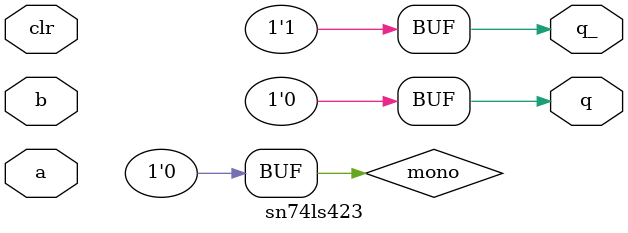
<source format=v>
module sn74ls423(a, b, clr, q, q_);
input a, b, clr;
output q, q_;
reg mono;

parameter
	rT = 10,    // in kOhm
	cT = 1000,  // in pFarad

	// TI TTL data book Vol 1, 1985
	tW = 0.32 * rT * cT * (1 + 0.7/rT), // tw is in nsec
	tPLHA_min=0, tPLHA_typ=23, tPLHA_max=33,
	tPHLA_min=0, tPHLA_typ=32, tPHLA_max=45;

always @(clr==0)
begin
	mono <= 0;
end

always @(negedge a)
begin
	if (a==0) begin
		mono <= 1;
	end	
end

always @(posedge b)
begin
	if (b==1) begin
		mono <= 1;
	end	
end

always @(posedge mono)
begin
	if (mono==1) begin
		mono <= #(tW) 0;
	end
end

assign #(tPLHA_min:tPLHA_typ:tPLHA_max, tPHLA_min:tPHLA_typ:tPHLA_max) q = mono;
assign #(tPLHA_min:tPLHA_typ:tPLHA_max, tPHLA_min:tPHLA_typ:tPHLA_max) q_ = ~mono;

endmodule

</source>
